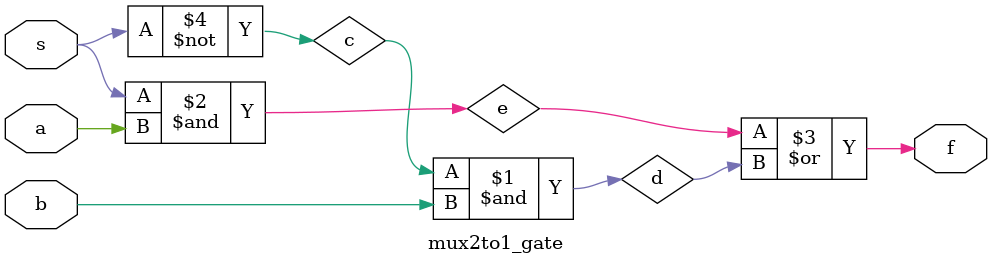
<source format=v>
`timescale 1ns/1ps

module mux2to1_gate(a, b, s, f);
	output f;
	input a,b,s;
	wire c,d,e;
	
	not n1(c, s);
	and a1(d, c, b);
	and a2(e, s, a);
	or o1(f, e, d);
endmodule
</source>
